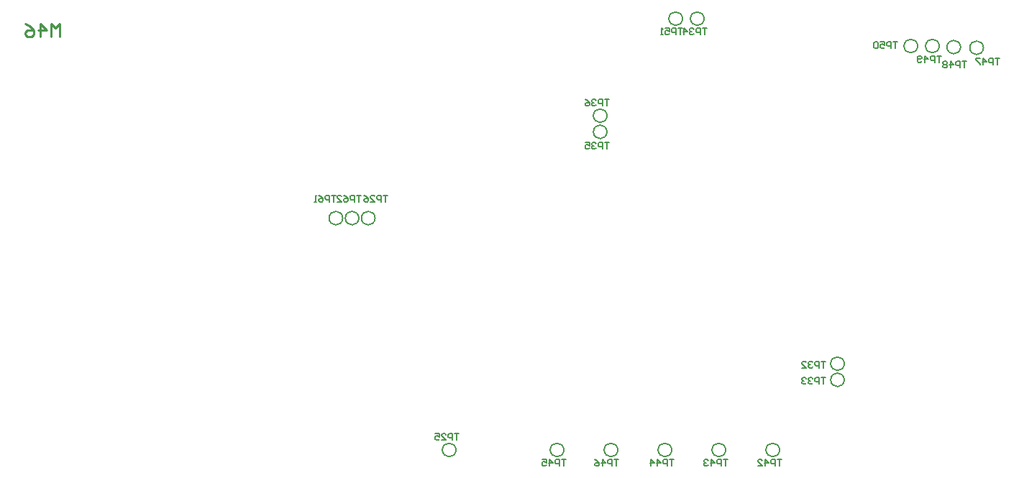
<source format=gbo>
%FSLAX25Y25*%
%MOIN*%
G70*
G01*
G75*
G04 Layer_Color=32896*
%ADD10R,0.03500X0.03200*%
%ADD11R,0.03200X0.03000*%
%ADD12R,0.04500X0.05000*%
%ADD13R,0.05000X0.04500*%
%ADD14R,0.03200X0.03500*%
%ADD15R,0.03000X0.03200*%
%ADD16C,0.03200*%
%ADD17R,0.08200X0.11000*%
%ADD18R,0.07000X0.02500*%
%ADD19C,0.01000*%
%ADD20R,0.04000X0.02000*%
%ADD21R,0.08000X0.05500*%
%ADD22R,0.05000X0.04000*%
%ADD23R,0.04500X0.06000*%
%ADD24R,0.07000X0.05000*%
%ADD25R,0.06000X0.06000*%
%ADD26R,0.08500X0.01200*%
%ADD27R,0.08000X0.10000*%
%ADD28R,0.09000X0.03000*%
%ADD29R,0.03000X0.09000*%
%ADD30R,0.04000X0.04000*%
%ADD31R,0.13000X0.04000*%
%ADD32C,0.04000*%
%ADD33R,0.08000X0.13000*%
%ADD34R,0.04000X0.11000*%
%ADD35R,0.01600X0.07000*%
%ADD36R,0.06000X0.01000*%
%ADD37R,0.01000X0.06000*%
%ADD38C,0.02000*%
%ADD39C,0.01500*%
%ADD40C,0.00600*%
%ADD41C,0.03000*%
%ADD42C,0.02500*%
%ADD43C,0.01000*%
%ADD44C,0.01200*%
%ADD45C,0.02400*%
%ADD46C,0.03500*%
%ADD47C,0.13000*%
%ADD48R,0.05500X0.05500*%
%ADD49C,0.05500*%
%ADD50C,0.06000*%
%ADD51R,0.07000X0.07000*%
%ADD52C,0.07000*%
%ADD53O,0.03000X0.06000*%
%ADD54C,0.02400*%
%ADD55C,0.03937*%
%ADD56C,0.00500*%
%ADD57C,0.00800*%
%ADD58C,0.00200*%
%ADD59C,0.00787*%
%ADD60O,0.03937X0.03937*%
%ADD61C,0.03800*%
%ADD62R,0.03900X0.03600*%
%ADD63R,0.03600X0.03400*%
%ADD64R,0.04900X0.05400*%
%ADD65R,0.05400X0.04900*%
%ADD66R,0.03600X0.03900*%
%ADD67R,0.03400X0.03600*%
%ADD68C,0.03600*%
%ADD69R,0.08600X0.11400*%
%ADD70R,0.07400X0.02900*%
%ADD71C,0.01400*%
%ADD72R,0.04400X0.02400*%
%ADD73R,0.08400X0.05900*%
%ADD74R,0.05400X0.04400*%
%ADD75R,0.04900X0.06400*%
%ADD76R,0.07400X0.05400*%
%ADD77R,0.06400X0.06400*%
%ADD78R,0.08900X0.01600*%
%ADD79R,0.08400X0.10400*%
%ADD80R,0.09400X0.03400*%
%ADD81R,0.03400X0.09400*%
%ADD82R,0.04400X0.04400*%
%ADD83R,0.13400X0.04400*%
%ADD84C,0.12000*%
%ADD85R,0.08400X0.13400*%
%ADD86R,0.04400X0.11400*%
%ADD87R,0.02000X0.07400*%
%ADD88R,0.06400X0.01400*%
%ADD89R,0.01400X0.06400*%
%ADD90C,0.13400*%
%ADD91R,0.05900X0.05900*%
%ADD92C,0.05900*%
%ADD93C,0.06400*%
%ADD94R,0.07400X0.07400*%
%ADD95C,0.07400*%
%ADD96O,0.03400X0.06400*%
%ADD97C,0.02800*%
%ADD98C,0.11937*%
%ADD99C,0.14000*%
D40*
X802640Y262500D02*
G03*
X802640Y262500I-3140J0D01*
G01*
X777640D02*
G03*
X777640Y262500I-3140J0D01*
G01*
X827640D02*
G03*
X827640Y262500I-3140J0D01*
G01*
X852640D02*
G03*
X852640Y262500I-3140J0D01*
G01*
X877640D02*
G03*
X877640Y262500I-3140J0D01*
G01*
X727640D02*
G03*
X727640Y262500I-3140J0D01*
G01*
X690140Y370000D02*
G03*
X690140Y370000I-3140J0D01*
G01*
X797640Y417500D02*
G03*
X797640Y417500I-3140J0D01*
G01*
Y410000D02*
G03*
X797640Y410000I-3140J0D01*
G01*
X842640Y462500D02*
G03*
X842640Y462500I-3140J0D01*
G01*
X907640Y302500D02*
G03*
X907640Y302500I-3140J0D01*
G01*
Y295000D02*
G03*
X907640Y295000I-3140J0D01*
G01*
D43*
X544097Y454101D02*
Y460099D01*
X542098Y458100D01*
X540099Y460099D01*
Y454101D01*
X535100D02*
Y460099D01*
X538099Y457100D01*
X534101D01*
X528103Y460099D02*
X530102Y459099D01*
X532101Y457100D01*
Y455101D01*
X531102Y454101D01*
X529102D01*
X528103Y455101D01*
Y456100D01*
X529102Y457100D01*
X532101D01*
D56*
X972140Y449000D02*
G03*
X972140Y449000I-3140J0D01*
G01*
X961540Y449300D02*
G03*
X961540Y449300I-3140J0D01*
G01*
X951640Y449784D02*
G03*
X951640Y449784I-3140J0D01*
G01*
X941640D02*
G03*
X941640Y449784I-3140J0D01*
G01*
X832640Y462500D02*
G03*
X832640Y462500I-3140J0D01*
G01*
X675140Y370000D02*
G03*
X675140Y370000I-3140J0D01*
G01*
X682640D02*
G03*
X682640Y370000I-3140J0D01*
G01*
X803000Y257999D02*
X801001D01*
X802000D01*
Y255000D01*
X800001D02*
Y257999D01*
X798501D01*
X798002Y257499D01*
Y256500D01*
X798501Y256000D01*
X800001D01*
X795502Y255000D02*
Y257999D01*
X797002Y256500D01*
X795003D01*
X792004Y257999D02*
X793003Y257499D01*
X794003Y256500D01*
Y255500D01*
X793503Y255000D01*
X792503D01*
X792004Y255500D01*
Y256000D01*
X792503Y256500D01*
X794003D01*
X778500Y257999D02*
X776501D01*
X777500D01*
Y255000D01*
X775501D02*
Y257999D01*
X774002D01*
X773502Y257499D01*
Y256500D01*
X774002Y256000D01*
X775501D01*
X771002Y255000D02*
Y257999D01*
X772502Y256500D01*
X770503D01*
X767504Y257999D02*
X769503D01*
Y256500D01*
X768503Y256999D01*
X768003D01*
X767504Y256500D01*
Y255500D01*
X768003Y255000D01*
X769003D01*
X769503Y255500D01*
X828500Y257999D02*
X826501D01*
X827500D01*
Y255000D01*
X825501D02*
Y257999D01*
X824001D01*
X823502Y257499D01*
Y256500D01*
X824001Y256000D01*
X825501D01*
X821002Y255000D02*
Y257999D01*
X822502Y256500D01*
X820503D01*
X818003Y255000D02*
Y257999D01*
X819503Y256500D01*
X817504D01*
X853500Y257999D02*
X851501D01*
X852500D01*
Y255000D01*
X850501D02*
Y257999D01*
X849001D01*
X848502Y257499D01*
Y256500D01*
X849001Y256000D01*
X850501D01*
X846002Y255000D02*
Y257999D01*
X847502Y256500D01*
X845503D01*
X844503Y257499D02*
X844003Y257999D01*
X843003D01*
X842504Y257499D01*
Y256999D01*
X843003Y256500D01*
X843503D01*
X843003D01*
X842504Y256000D01*
Y255500D01*
X843003Y255000D01*
X844003D01*
X844503Y255500D01*
X878500Y257999D02*
X876501D01*
X877500D01*
Y255000D01*
X875501D02*
Y257999D01*
X874001D01*
X873502Y257499D01*
Y256500D01*
X874001Y256000D01*
X875501D01*
X871002Y255000D02*
Y257999D01*
X872502Y256500D01*
X870503D01*
X867504Y255000D02*
X869503D01*
X867504Y256999D01*
Y257499D01*
X868003Y257999D01*
X869003D01*
X869503Y257499D01*
X729000Y269999D02*
X727001D01*
X728000D01*
Y267000D01*
X726001D02*
Y269999D01*
X724502D01*
X724002Y269499D01*
Y268499D01*
X724502Y268000D01*
X726001D01*
X721003Y267000D02*
X723002D01*
X721003Y268999D01*
Y269499D01*
X721502Y269999D01*
X722502D01*
X723002Y269499D01*
X718004Y269999D02*
X720003D01*
Y268499D01*
X719003Y268999D01*
X718503D01*
X718004Y268499D01*
Y267500D01*
X718503Y267000D01*
X719503D01*
X720003Y267500D01*
X696000Y380499D02*
X694001D01*
X695000D01*
Y377500D01*
X693001D02*
Y380499D01*
X691502D01*
X691002Y379999D01*
Y378999D01*
X691502Y378500D01*
X693001D01*
X688003Y377500D02*
X690002D01*
X688003Y379499D01*
Y379999D01*
X688502Y380499D01*
X689502D01*
X690002Y379999D01*
X685004Y380499D02*
X686003Y379999D01*
X687003Y378999D01*
Y378000D01*
X686503Y377500D01*
X685503D01*
X685004Y378000D01*
Y378500D01*
X685503Y378999D01*
X687003D01*
X798500Y424999D02*
X796501D01*
X797500D01*
Y422000D01*
X795501D02*
Y424999D01*
X794001D01*
X793502Y424499D01*
Y423499D01*
X794001Y423000D01*
X795501D01*
X792502Y424499D02*
X792002Y424999D01*
X791002D01*
X790503Y424499D01*
Y423999D01*
X791002Y423499D01*
X791502D01*
X791002D01*
X790503Y423000D01*
Y422500D01*
X791002Y422000D01*
X792002D01*
X792502Y422500D01*
X787504Y424999D02*
X788503Y424499D01*
X789503Y423499D01*
Y422500D01*
X789003Y422000D01*
X788003D01*
X787504Y422500D01*
Y423000D01*
X788003Y423499D01*
X789503D01*
X798500Y404999D02*
X796501D01*
X797500D01*
Y402000D01*
X795501D02*
Y404999D01*
X794001D01*
X793502Y404499D01*
Y403500D01*
X794001Y403000D01*
X795501D01*
X792502Y404499D02*
X792002Y404999D01*
X791002D01*
X790503Y404499D01*
Y403999D01*
X791002Y403500D01*
X791502D01*
X791002D01*
X790503Y403000D01*
Y402500D01*
X791002Y402000D01*
X792002D01*
X792502Y402500D01*
X787504Y404999D02*
X789503D01*
Y403500D01*
X788503Y403999D01*
X788003D01*
X787504Y403500D01*
Y402500D01*
X788003Y402000D01*
X789003D01*
X789503Y402500D01*
X843800Y457999D02*
X841801D01*
X842800D01*
Y455000D01*
X840801D02*
Y457999D01*
X839301D01*
X838802Y457499D01*
Y456499D01*
X839301Y456000D01*
X840801D01*
X837802Y457499D02*
X837302Y457999D01*
X836302D01*
X835803Y457499D01*
Y456999D01*
X836302Y456499D01*
X836802D01*
X836302D01*
X835803Y456000D01*
Y455500D01*
X836302Y455000D01*
X837302D01*
X837802Y455500D01*
X833303Y455000D02*
Y457999D01*
X834803Y456499D01*
X832804D01*
X899000Y303499D02*
X897001D01*
X898000D01*
Y300500D01*
X896001D02*
Y303499D01*
X894501D01*
X894002Y302999D01*
Y301999D01*
X894501Y301500D01*
X896001D01*
X893002Y302999D02*
X892502Y303499D01*
X891502D01*
X891003Y302999D01*
Y302499D01*
X891502Y301999D01*
X892002D01*
X891502D01*
X891003Y301500D01*
Y301000D01*
X891502Y300500D01*
X892502D01*
X893002Y301000D01*
X888004Y300500D02*
X890003D01*
X888004Y302499D01*
Y302999D01*
X888503Y303499D01*
X889503D01*
X890003Y302999D01*
X899000Y295999D02*
X897001D01*
X898000D01*
Y293000D01*
X896001D02*
Y295999D01*
X894501D01*
X894002Y295499D01*
Y294499D01*
X894501Y294000D01*
X896001D01*
X893002Y295499D02*
X892502Y295999D01*
X891502D01*
X891003Y295499D01*
Y294999D01*
X891502Y294499D01*
X892002D01*
X891502D01*
X891003Y294000D01*
Y293500D01*
X891502Y293000D01*
X892502D01*
X893002Y293500D01*
X890003Y295499D02*
X889503Y295999D01*
X888503D01*
X888004Y295499D01*
Y294999D01*
X888503Y294499D01*
X889003D01*
X888503D01*
X888004Y294000D01*
Y293500D01*
X888503Y293000D01*
X889503D01*
X890003Y293500D01*
X979500Y443999D02*
X977501D01*
X978500D01*
Y441000D01*
X976501D02*
Y443999D01*
X975001D01*
X974502Y443499D01*
Y442499D01*
X975001Y442000D01*
X976501D01*
X972002Y441000D02*
Y443999D01*
X973502Y442499D01*
X971503D01*
X970503Y443999D02*
X968504D01*
Y443499D01*
X970503Y441500D01*
Y441000D01*
X964400Y442799D02*
X962401D01*
X963400D01*
Y439800D01*
X961401D02*
Y442799D01*
X959901D01*
X959402Y442299D01*
Y441299D01*
X959901Y440800D01*
X961401D01*
X956902Y439800D02*
Y442799D01*
X958402Y441299D01*
X956403D01*
X955403Y442299D02*
X954903Y442799D01*
X953903D01*
X953404Y442299D01*
Y441799D01*
X953903Y441299D01*
X953404Y440800D01*
Y440300D01*
X953903Y439800D01*
X954903D01*
X955403Y440300D01*
Y440800D01*
X954903Y441299D01*
X955403Y441799D01*
Y442299D01*
X954903Y441299D02*
X953903D01*
X952500Y445283D02*
X950501D01*
X951500D01*
Y442283D01*
X949501D02*
Y445283D01*
X948001D01*
X947502Y444783D01*
Y443783D01*
X948001Y443283D01*
X949501D01*
X945002Y442283D02*
Y445283D01*
X946502Y443783D01*
X944503D01*
X943503Y442783D02*
X943003Y442283D01*
X942003D01*
X941504Y442783D01*
Y444783D01*
X942003Y445283D01*
X943003D01*
X943503Y444783D01*
Y444283D01*
X943003Y443783D01*
X941504D01*
X932300Y451699D02*
X930301D01*
X931300D01*
Y448700D01*
X929301D02*
Y451699D01*
X927801D01*
X927302Y451199D01*
Y450200D01*
X927801Y449700D01*
X929301D01*
X924303Y451699D02*
X926302D01*
Y450200D01*
X925302Y450699D01*
X924802D01*
X924303Y450200D01*
Y449200D01*
X924802Y448700D01*
X925802D01*
X926302Y449200D01*
X923303Y451199D02*
X922803Y451699D01*
X921803D01*
X921304Y451199D01*
Y449200D01*
X921803Y448700D01*
X922803D01*
X923303Y449200D01*
Y451199D01*
X832500Y457999D02*
X830501D01*
X831500D01*
Y455000D01*
X829501D02*
Y457999D01*
X828001D01*
X827502Y457499D01*
Y456499D01*
X828001Y456000D01*
X829501D01*
X824503Y457999D02*
X826502D01*
Y456499D01*
X825502Y456999D01*
X825002D01*
X824503Y456499D01*
Y455500D01*
X825002Y455000D01*
X826002D01*
X826502Y455500D01*
X823503Y455000D02*
X822503D01*
X823003D01*
Y457999D01*
X823503Y457499D01*
X672000Y380499D02*
X670001D01*
X671000D01*
Y377500D01*
X669001D02*
Y380499D01*
X667501D01*
X667002Y379999D01*
Y378999D01*
X667501Y378500D01*
X669001D01*
X664003Y380499D02*
X665002Y379999D01*
X666002Y378999D01*
Y378000D01*
X665502Y377500D01*
X664502D01*
X664003Y378000D01*
Y378500D01*
X664502Y378999D01*
X666002D01*
X663003Y377500D02*
X662003D01*
X662503D01*
Y380499D01*
X663003Y379999D01*
X683500Y380499D02*
X681501D01*
X682500D01*
Y377500D01*
X680501D02*
Y380499D01*
X679002D01*
X678502Y379999D01*
Y378999D01*
X679002Y378500D01*
X680501D01*
X675503Y380499D02*
X676502Y379999D01*
X677502Y378999D01*
Y378000D01*
X677002Y377500D01*
X676002D01*
X675503Y378000D01*
Y378500D01*
X676002Y378999D01*
X677502D01*
X672504Y377500D02*
X674503D01*
X672504Y379499D01*
Y379999D01*
X673003Y380499D01*
X674003D01*
X674503Y379999D01*
M02*

</source>
